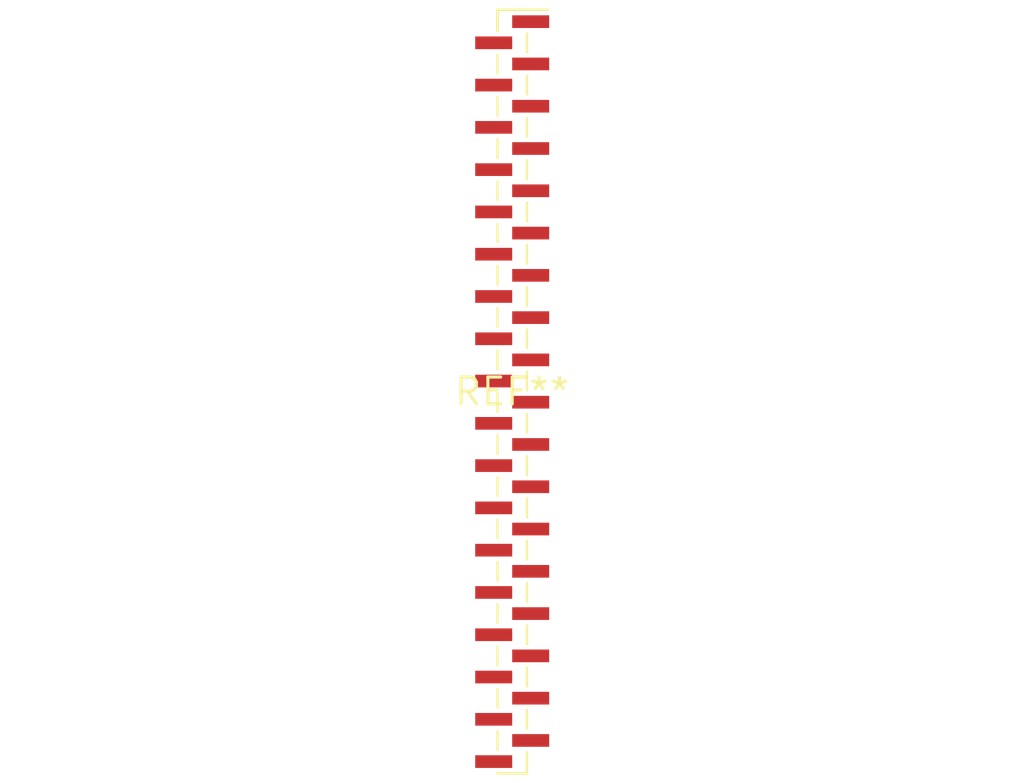
<source format=kicad_pcb>
(kicad_pcb (version 20240108) (generator pcbnew)
  (layers (0 "F.Cu" signal) (31 "B.Cu" signal) (34 "B.Paste" user) (35 "F.Paste" user) (36 "B.SilkS" user "B.Silkscreen") (37 "F.SilkS" user "F.Silkscreen") (38 "B.Mask" user) (39 "F.Mask" user) (44 "Edge.Cuts" user))
  (net 0 "")
  (footprint "PinHeader_1x36_P1.00mm_Vertical_SMD_Pin1Right" (layer "F.Cu") (at 0 0)
    (property "Reference" "REF**")
    (property "Value" "PinHeader_1x36_P1.00mm_Vertical_SMD_Pin1Right")
    (fp_line (start -0.695 -18.06) (end -0.695 -17.06) (layer "F.SilkS") (stroke (width 0.12)))
    (fp_line (start -0.695 -18.06) (end 0.695 -18.06) (layer "F.SilkS") (stroke (width 0.12)))
    (fp_line (start -0.695 -17.94) (end -0.695 -17.06) (layer "F.SilkS") (stroke (width 0.12)))
    (fp_line (start -0.695 -15.94) (end -0.695 -15.06) (layer "F.SilkS") (stroke (width 0.12)))
    (fp_line (start -0.695 -13.94) (end -0.695 -13.06) (layer "F.SilkS") (stroke (width 0.12)))
    (fp_line (start -0.695 -11.94) (end -0.695 -11.06) (layer "F.SilkS") (stroke (width 0.12)))
    (fp_line (start -0.695 -9.94) (end -0.695 -9.06) (layer "F.SilkS") (stroke (width 0.12)))
    (fp_line (start -0.695 -7.94) (end -0.695 -7.06) (layer "F.SilkS") (stroke (width 0.12)))
    (fp_line (start -0.695 -5.94) (end -0.695 -5.06) (layer "F.SilkS") (stroke (width 0.12)))
    (fp_line (start -0.695 -3.94) (end -0.695 -3.06) (layer "F.SilkS") (stroke (width 0.12)))
    (fp_line (start -0.695 -1.94) (end -0.695 -1.06) (layer "F.SilkS") (stroke (width 0.12)))
    (fp_line (start -0.695 0.06) (end -0.695 0.94) (layer "F.SilkS") (stroke (width 0.12)))
    (fp_line (start -0.695 2.06) (end -0.695 2.94) (layer "F.SilkS") (stroke (width 0.12)))
    (fp_line (start -0.695 4.06) (end -0.695 4.94) (layer "F.SilkS") (stroke (width 0.12)))
    (fp_line (start -0.695 6.06) (end -0.695 6.94) (layer "F.SilkS") (stroke (width 0.12)))
    (fp_line (start -0.695 8.06) (end -0.695 8.94) (layer "F.SilkS") (stroke (width 0.12)))
    (fp_line (start -0.695 10.06) (end -0.695 10.94) (layer "F.SilkS") (stroke (width 0.12)))
    (fp_line (start -0.695 12.06) (end -0.695 12.94) (layer "F.SilkS") (stroke (width 0.12)))
    (fp_line (start -0.695 14.06) (end -0.695 14.94) (layer "F.SilkS") (stroke (width 0.12)))
    (fp_line (start -0.695 16.06) (end -0.695 16.94) (layer "F.SilkS") (stroke (width 0.12)))
    (fp_line (start -0.695 18.06) (end -0.695 18.06) (layer "F.SilkS") (stroke (width 0.12)))
    (fp_line (start -0.695 18.06) (end 0.695 18.06) (layer "F.SilkS") (stroke (width 0.12)))
    (fp_line (start 0.695 -18.06) (end 0.695 -18.06) (layer "F.SilkS") (stroke (width 0.12)))
    (fp_line (start 0.695 -18.06) (end 1.69 -18.06) (layer "F.SilkS") (stroke (width 0.12)))
    (fp_line (start 0.695 -16.94) (end 0.695 -16.06) (layer "F.SilkS") (stroke (width 0.12)))
    (fp_line (start 0.695 -14.94) (end 0.695 -14.06) (layer "F.SilkS") (stroke (width 0.12)))
    (fp_line (start 0.695 -12.94) (end 0.695 -12.06) (layer "F.SilkS") (stroke (width 0.12)))
    (fp_line (start 0.695 -10.94) (end 0.695 -10.06) (layer "F.SilkS") (stroke (width 0.12)))
    (fp_line (start 0.695 -8.94) (end 0.695 -8.06) (layer "F.SilkS") (stroke (width 0.12)))
    (fp_line (start 0.695 -6.94) (end 0.695 -6.06) (layer "F.SilkS") (stroke (width 0.12)))
    (fp_line (start 0.695 -4.94) (end 0.695 -4.06) (layer "F.SilkS") (stroke (width 0.12)))
    (fp_line (start 0.695 -2.94) (end 0.695 -2.06) (layer "F.SilkS") (stroke (width 0.12)))
    (fp_line (start 0.695 -0.94) (end 0.695 -0.06) (layer "F.SilkS") (stroke (width 0.12)))
    (fp_line (start 0.695 1.06) (end 0.695 1.94) (layer "F.SilkS") (stroke (width 0.12)))
    (fp_line (start 0.695 3.06) (end 0.695 3.94) (layer "F.SilkS") (stroke (width 0.12)))
    (fp_line (start 0.695 5.06) (end 0.695 5.94) (layer "F.SilkS") (stroke (width 0.12)))
    (fp_line (start 0.695 7.06) (end 0.695 7.94) (layer "F.SilkS") (stroke (width 0.12)))
    (fp_line (start 0.695 9.06) (end 0.695 9.94) (layer "F.SilkS") (stroke (width 0.12)))
    (fp_line (start 0.695 11.06) (end 0.695 11.94) (layer "F.SilkS") (stroke (width 0.12)))
    (fp_line (start 0.695 13.06) (end 0.695 13.94) (layer "F.SilkS") (stroke (width 0.12)))
    (fp_line (start 0.695 15.06) (end 0.695 15.94) (layer "F.SilkS") (stroke (width 0.12)))
    (fp_line (start 0.695 17.06) (end 0.695 18.06) (layer "F.SilkS") (stroke (width 0.12)))
    (pad "1" smd rect (at 0.875 -17.5) (size 1.75 0.6) (layers "F.Cu" "F.Paste" "F.Mask"))
    (pad "2" smd rect (at -0.875 -16.5) (size 1.75 0.6) (layers "F.Cu" "F.Paste" "F.Mask"))
    (pad "3" smd rect (at 0.875 -15.5) (size 1.75 0.6) (layers "F.Cu" "F.Paste" "F.Mask"))
    (pad "4" smd rect (at -0.875 -14.5) (size 1.75 0.6) (layers "F.Cu" "F.Paste" "F.Mask"))
    (pad "5" smd rect (at 0.875 -13.5) (size 1.75 0.6) (layers "F.Cu" "F.Paste" "F.Mask"))
    (pad "6" smd rect (at -0.875 -12.5) (size 1.75 0.6) (layers "F.Cu" "F.Paste" "F.Mask"))
    (pad "7" smd rect (at 0.875 -11.5) (size 1.75 0.6) (layers "F.Cu" "F.Paste" "F.Mask"))
    (pad "8" smd rect (at -0.875 -10.5) (size 1.75 0.6) (layers "F.Cu" "F.Paste" "F.Mask"))
    (pad "9" smd rect (at 0.875 -9.5) (size 1.75 0.6) (layers "F.Cu" "F.Paste" "F.Mask"))
    (pad "10" smd rect (at -0.875 -8.5) (size 1.75 0.6) (layers "F.Cu" "F.Paste" "F.Mask"))
    (pad "11" smd rect (at 0.875 -7.5) (size 1.75 0.6) (layers "F.Cu" "F.Paste" "F.Mask"))
    (pad "12" smd rect (at -0.875 -6.5) (size 1.75 0.6) (layers "F.Cu" "F.Paste" "F.Mask"))
    (pad "13" smd rect (at 0.875 -5.5) (size 1.75 0.6) (layers "F.Cu" "F.Paste" "F.Mask"))
    (pad "14" smd rect (at -0.875 -4.5) (size 1.75 0.6) (layers "F.Cu" "F.Paste" "F.Mask"))
    (pad "15" smd rect (at 0.875 -3.5) (size 1.75 0.6) (layers "F.Cu" "F.Paste" "F.Mask"))
    (pad "16" smd rect (at -0.875 -2.5) (size 1.75 0.6) (layers "F.Cu" "F.Paste" "F.Mask"))
    (pad "17" smd rect (at 0.875 -1.5) (size 1.75 0.6) (layers "F.Cu" "F.Paste" "F.Mask"))
    (pad "18" smd rect (at -0.875 -0.5) (size 1.75 0.6) (layers "F.Cu" "F.Paste" "F.Mask"))
    (pad "19" smd rect (at 0.875 0.5) (size 1.75 0.6) (layers "F.Cu" "F.Paste" "F.Mask"))
    (pad "20" smd rect (at -0.875 1.5) (size 1.75 0.6) (layers "F.Cu" "F.Paste" "F.Mask"))
    (pad "21" smd rect (at 0.875 2.5) (size 1.75 0.6) (layers "F.Cu" "F.Paste" "F.Mask"))
    (pad "22" smd rect (at -0.875 3.5) (size 1.75 0.6) (layers "F.Cu" "F.Paste" "F.Mask"))
    (pad "23" smd rect (at 0.875 4.5) (size 1.75 0.6) (layers "F.Cu" "F.Paste" "F.Mask"))
    (pad "24" smd rect (at -0.875 5.5) (size 1.75 0.6) (layers "F.Cu" "F.Paste" "F.Mask"))
    (pad "25" smd rect (at 0.875 6.5) (size 1.75 0.6) (layers "F.Cu" "F.Paste" "F.Mask"))
    (pad "26" smd rect (at -0.875 7.5) (size 1.75 0.6) (layers "F.Cu" "F.Paste" "F.Mask"))
    (pad "27" smd rect (at 0.875 8.5) (size 1.75 0.6) (layers "F.Cu" "F.Paste" "F.Mask"))
    (pad "28" smd rect (at -0.875 9.5) (size 1.75 0.6) (layers "F.Cu" "F.Paste" "F.Mask"))
    (pad "29" smd rect (at 0.875 10.5) (size 1.75 0.6) (layers "F.Cu" "F.Paste" "F.Mask"))
    (pad "30" smd rect (at -0.875 11.5) (size 1.75 0.6) (layers "F.Cu" "F.Paste" "F.Mask"))
    (pad "31" smd rect (at 0.875 12.5) (size 1.75 0.6) (layers "F.Cu" "F.Paste" "F.Mask"))
    (pad "32" smd rect (at -0.875 13.5) (size 1.75 0.6) (layers "F.Cu" "F.Paste" "F.Mask"))
    (pad "33" smd rect (at 0.875 14.5) (size 1.75 0.6) (layers "F.Cu" "F.Paste" "F.Mask"))
    (pad "34" smd rect (at -0.875 15.5) (size 1.75 0.6) (layers "F.Cu" "F.Paste" "F.Mask"))
    (pad "35" smd rect (at 0.875 16.5) (size 1.75 0.6) (layers "F.Cu" "F.Paste" "F.Mask"))
    (pad "36" smd rect (at -0.875 17.5) (size 1.75 0.6) (layers "F.Cu" "F.Paste" "F.Mask"))
  )
)
</source>
